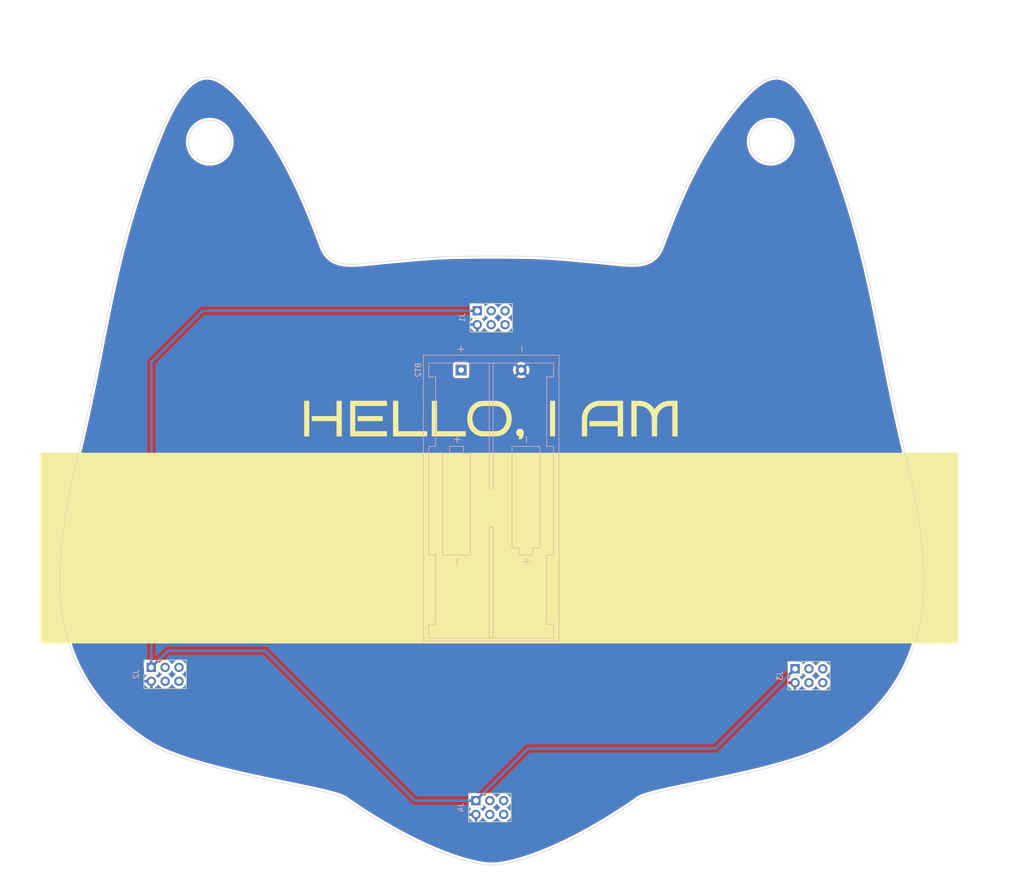
<source format=kicad_pcb>
(kicad_pcb (version 20240108) (generator "pcbnew") (generator_version "8.0")
  (layers (0 "F.Cu" signal) (31 "B.Cu" signal) (34 "B.Paste" user) (35 "F.Paste" user) (36 "B.SilkS" user "B.Silkscreen") (37 "F.SilkS" user "F.Silkscreen") (38 "B.Mask" user) (39 "F.Mask" user) (44 "Edge.Cuts" user))
  (net 0 "")
  (net 17 "GND")
  (net 18 "Net-(BT2-+)")
  (net 19 "+3.3V")
  (footprint "project:badge-1(1)" (layer "F.Cu") (at 88.51 87.76))
  (footprint "Connector_PinSocket_2.54mm:PinSocket_2x03_P2.54mm_Vertical" (layer "F.Cu") (at 85.598 148.082 90))
  (footprint "Connector_PinSocket_2.54mm:PinSocket_2x03_P2.54mm_Vertical" (layer "F.Cu") (at 144.018 123.952 90))
  (footprint "Connector_PinSocket_2.54mm:PinSocket_2x03_P2.54mm_Vertical" (layer "F.Cu") (at 26.162 123.698 90))
  (footprint "Connector_PinSocket_2.54mm:PinSocket_2x03_P2.54mm_Vertical" (layer "F.Cu") (at 85.852 58.42 90))
  (footprint "Battery:BatteryHolder_Keystone_2468_2xAAA" (layer "B.Cu") (at 82.042 69.26 -90))
  (segment (start 46.99 120.65) (end 74.422 148.082) (width 0.5) (layer "B.Cu") (net 19))
  (segment (start 26.162 67.818) (end 26.162 123.698) (width 0.5) (layer "B.Cu") (net 19))
  (segment (start 26.162 123.698) (end 29.21 120.65) (width 0.5) (layer "B.Cu") (net 19))
  (segment (start 74.422 148.082) (end 85.598 148.082) (width 0.5) (layer "B.Cu") (net 19))
  (segment (start 29.21 120.65) (end 46.99 120.65) (width 0.5) (layer "B.Cu") (net 19))
  (segment (start 129.434342 138.535658) (end 144.018 123.952) (width 0.5) (layer "B.Cu") (net 19))
  (segment (start 85.598 148.082) (end 95.144342 138.535658) (width 0.5) (layer "B.Cu") (net 19))
  (segment (start 35.56 58.42) (end 26.162 67.818) (width 0.5) (layer "B.Cu") (net 19))
  (segment (start 95.144342 138.535658) (end 129.434342 138.535658) (width 0.5) (layer "B.Cu") (net 19))
  (segment (start 85.852 58.42) (end 35.56 58.42) (width 0.5) (layer "B.Cu") (net 19))
  (zone (net 17) (net_name "GND") (layers "F&B.Cu") (connect_pads (clearance 0.5)) (min_thickness 0.25) (fill yes (thermal_gap 0.5) (thermal_bridge_width 0.5) (island_removal_mode 1) (island_area_min 10))
    (polygon (pts (xy 1.27 10.922) (xy 185.928 1.524) (xy 165.862 164.592) (xy -1.524 162.56)))
  )
)
</source>
